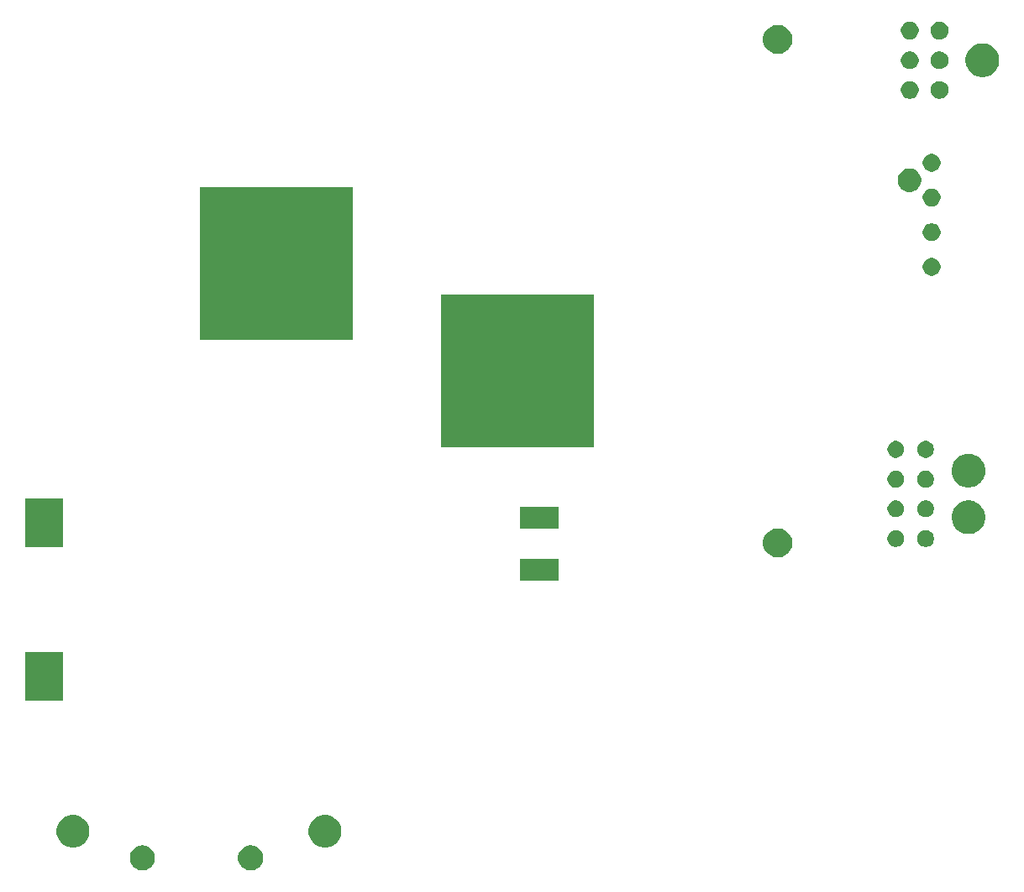
<source format=gts>
G04 #@! TF.GenerationSoftware,KiCad,Pcbnew,5.0.2-bee76a0~70~ubuntu18.04.1*
G04 #@! TF.CreationDate,2019-04-30T11:18:50-04:00*
G04 #@! TF.ProjectId,AIR_Mount_Plus,4149525f-4d6f-4756-9e74-5f506c75732e,rev?*
G04 #@! TF.SameCoordinates,Original*
G04 #@! TF.FileFunction,Soldermask,Top*
G04 #@! TF.FilePolarity,Negative*
%FSLAX46Y46*%
G04 Gerber Fmt 4.6, Leading zero omitted, Abs format (unit mm)*
G04 Created by KiCad (PCBNEW 5.0.2-bee76a0~70~ubuntu18.04.1) date Tue 30 Apr 2019 11:18:50 AM EDT*
%MOMM*%
%LPD*%
G01*
G04 APERTURE LIST*
%ADD10C,0.100000*%
G04 APERTURE END LIST*
D10*
G36*
X214215414Y-106231610D02*
X214337129Y-106255821D01*
X214566434Y-106350802D01*
X214772803Y-106488694D01*
X214948306Y-106664197D01*
X215086198Y-106870566D01*
X215181179Y-107099871D01*
X215229600Y-107343301D01*
X215229600Y-107591499D01*
X215181179Y-107834929D01*
X215086198Y-108064234D01*
X214948306Y-108270603D01*
X214772803Y-108446106D01*
X214566434Y-108583998D01*
X214337129Y-108678979D01*
X214215414Y-108703189D01*
X214093701Y-108727400D01*
X213845499Y-108727400D01*
X213723786Y-108703189D01*
X213602071Y-108678979D01*
X213372766Y-108583998D01*
X213166397Y-108446106D01*
X212990894Y-108270603D01*
X212853002Y-108064234D01*
X212758021Y-107834929D01*
X212709600Y-107591499D01*
X212709600Y-107343301D01*
X212758021Y-107099871D01*
X212853002Y-106870566D01*
X212990894Y-106664197D01*
X213166397Y-106488694D01*
X213372766Y-106350802D01*
X213602071Y-106255821D01*
X213723786Y-106231610D01*
X213845499Y-106207400D01*
X214093701Y-106207400D01*
X214215414Y-106231610D01*
X214215414Y-106231610D01*
G37*
G36*
X203315414Y-106231610D02*
X203437129Y-106255821D01*
X203666434Y-106350802D01*
X203872803Y-106488694D01*
X204048306Y-106664197D01*
X204186198Y-106870566D01*
X204281179Y-107099871D01*
X204329600Y-107343301D01*
X204329600Y-107591499D01*
X204281179Y-107834929D01*
X204186198Y-108064234D01*
X204048306Y-108270603D01*
X203872803Y-108446106D01*
X203666434Y-108583998D01*
X203437129Y-108678979D01*
X203315414Y-108703189D01*
X203193701Y-108727400D01*
X202945499Y-108727400D01*
X202823786Y-108703189D01*
X202702071Y-108678979D01*
X202472766Y-108583998D01*
X202266397Y-108446106D01*
X202090894Y-108270603D01*
X201953002Y-108064234D01*
X201858021Y-107834929D01*
X201809600Y-107591499D01*
X201809600Y-107343301D01*
X201858021Y-107099871D01*
X201953002Y-106870566D01*
X202090894Y-106664197D01*
X202266397Y-106488694D01*
X202472766Y-106350802D01*
X202702071Y-106255821D01*
X202823786Y-106231610D01*
X202945499Y-106207400D01*
X203193701Y-106207400D01*
X203315414Y-106231610D01*
X203315414Y-106231610D01*
G37*
G36*
X221943887Y-103210808D02*
X222244168Y-103335189D01*
X222514414Y-103515761D01*
X222744239Y-103745586D01*
X222924811Y-104015832D01*
X223049192Y-104316113D01*
X223112600Y-104634889D01*
X223112600Y-104959911D01*
X223049192Y-105278687D01*
X222924811Y-105578968D01*
X222744239Y-105849214D01*
X222514414Y-106079039D01*
X222244168Y-106259611D01*
X221943887Y-106383992D01*
X221625111Y-106447400D01*
X221300089Y-106447400D01*
X220981313Y-106383992D01*
X220681032Y-106259611D01*
X220410786Y-106079039D01*
X220180961Y-105849214D01*
X220000389Y-105578968D01*
X219876008Y-105278687D01*
X219812600Y-104959911D01*
X219812600Y-104634889D01*
X219876008Y-104316113D01*
X220000389Y-104015832D01*
X220180961Y-103745586D01*
X220410786Y-103515761D01*
X220681032Y-103335189D01*
X220981313Y-103210808D01*
X221300089Y-103147400D01*
X221625111Y-103147400D01*
X221943887Y-103210808D01*
X221943887Y-103210808D01*
G37*
G36*
X196543887Y-103210808D02*
X196844168Y-103335189D01*
X197114414Y-103515761D01*
X197344239Y-103745586D01*
X197524811Y-104015832D01*
X197649192Y-104316113D01*
X197712600Y-104634889D01*
X197712600Y-104959911D01*
X197649192Y-105278687D01*
X197524811Y-105578968D01*
X197344239Y-105849214D01*
X197114414Y-106079039D01*
X196844168Y-106259611D01*
X196543887Y-106383992D01*
X196225111Y-106447400D01*
X195900089Y-106447400D01*
X195581313Y-106383992D01*
X195281032Y-106259611D01*
X195010786Y-106079039D01*
X194780961Y-105849214D01*
X194600389Y-105578968D01*
X194476008Y-105278687D01*
X194412600Y-104959911D01*
X194412600Y-104634889D01*
X194476008Y-104316113D01*
X194600389Y-104015832D01*
X194780961Y-103745586D01*
X195010786Y-103515761D01*
X195281032Y-103335189D01*
X195581313Y-103210808D01*
X195900089Y-103147400D01*
X196225111Y-103147400D01*
X196543887Y-103210808D01*
X196543887Y-103210808D01*
G37*
G36*
X195020000Y-91610000D02*
X191220000Y-91610000D01*
X191220000Y-86710000D01*
X195020000Y-86710000D01*
X195020000Y-91610000D01*
X195020000Y-91610000D01*
G37*
G36*
X245028000Y-79522000D02*
X241128000Y-79522000D01*
X241128000Y-77342000D01*
X245028000Y-77342000D01*
X245028000Y-79522000D01*
X245028000Y-79522000D01*
G37*
G36*
X267528781Y-74286490D02*
X267796307Y-74397303D01*
X268037074Y-74558178D01*
X268241822Y-74762926D01*
X268402697Y-75003693D01*
X268513510Y-75271219D01*
X268570000Y-75555216D01*
X268570000Y-75844784D01*
X268513510Y-76128781D01*
X268402697Y-76396307D01*
X268241822Y-76637074D01*
X268037074Y-76841822D01*
X267796307Y-77002697D01*
X267528781Y-77113510D01*
X267244784Y-77170000D01*
X266955216Y-77170000D01*
X266671219Y-77113510D01*
X266403693Y-77002697D01*
X266162926Y-76841822D01*
X265958178Y-76637074D01*
X265797303Y-76396307D01*
X265686490Y-76128781D01*
X265630000Y-75844784D01*
X265630000Y-75555216D01*
X265686490Y-75271219D01*
X265797303Y-75003693D01*
X265958178Y-74762926D01*
X266162926Y-74558178D01*
X266403693Y-74397303D01*
X266671219Y-74286490D01*
X266955216Y-74230000D01*
X267244784Y-74230000D01*
X267528781Y-74286490D01*
X267528781Y-74286490D01*
G37*
G36*
X195020000Y-76110000D02*
X191220000Y-76110000D01*
X191220000Y-71210000D01*
X195020000Y-71210000D01*
X195020000Y-76110000D01*
X195020000Y-76110000D01*
G37*
G36*
X279249162Y-74440558D02*
X279403855Y-74504634D01*
X279543075Y-74597658D01*
X279661464Y-74716047D01*
X279754488Y-74855267D01*
X279818564Y-75009960D01*
X279851228Y-75174175D01*
X279851228Y-75341613D01*
X279818564Y-75505828D01*
X279754488Y-75660521D01*
X279661464Y-75799741D01*
X279543075Y-75918130D01*
X279403855Y-76011154D01*
X279249162Y-76075230D01*
X279084947Y-76107894D01*
X278917509Y-76107894D01*
X278753294Y-76075230D01*
X278598601Y-76011154D01*
X278459381Y-75918130D01*
X278340992Y-75799741D01*
X278247968Y-75660521D01*
X278183892Y-75505828D01*
X278151228Y-75341613D01*
X278151228Y-75174175D01*
X278183892Y-75009960D01*
X278247968Y-74855267D01*
X278340992Y-74716047D01*
X278459381Y-74597658D01*
X278598601Y-74504634D01*
X278753294Y-74440558D01*
X278917509Y-74407894D01*
X279084947Y-74407894D01*
X279249162Y-74440558D01*
X279249162Y-74440558D01*
G37*
G36*
X282249162Y-74440558D02*
X282403855Y-74504634D01*
X282543075Y-74597658D01*
X282661464Y-74716047D01*
X282754488Y-74855267D01*
X282818564Y-75009960D01*
X282851228Y-75174175D01*
X282851228Y-75341613D01*
X282818564Y-75505828D01*
X282754488Y-75660521D01*
X282661464Y-75799741D01*
X282543075Y-75918130D01*
X282403855Y-76011154D01*
X282249162Y-76075230D01*
X282084947Y-76107894D01*
X281917509Y-76107894D01*
X281753294Y-76075230D01*
X281598601Y-76011154D01*
X281459381Y-75918130D01*
X281340992Y-75799741D01*
X281247968Y-75660521D01*
X281183892Y-75505828D01*
X281151228Y-75341613D01*
X281151228Y-75174175D01*
X281183892Y-75009960D01*
X281247968Y-74855267D01*
X281340992Y-74716047D01*
X281459381Y-74597658D01*
X281598601Y-74504634D01*
X281753294Y-74440558D01*
X281917509Y-74407894D01*
X282084947Y-74407894D01*
X282249162Y-74440558D01*
X282249162Y-74440558D01*
G37*
G36*
X286707621Y-71451447D02*
X286817100Y-71473224D01*
X287126480Y-71601373D01*
X287404915Y-71787417D01*
X287641705Y-72024207D01*
X287827749Y-72302642D01*
X287955898Y-72612022D01*
X287955898Y-72612023D01*
X288016787Y-72918130D01*
X288021228Y-72940459D01*
X288021228Y-73275329D01*
X287955898Y-73603766D01*
X287827749Y-73913146D01*
X287641705Y-74191581D01*
X287404915Y-74428371D01*
X287126480Y-74614415D01*
X286817100Y-74742564D01*
X286714733Y-74762926D01*
X286488665Y-74807894D01*
X286153791Y-74807894D01*
X285927723Y-74762926D01*
X285825356Y-74742564D01*
X285515976Y-74614415D01*
X285237541Y-74428371D01*
X285000751Y-74191581D01*
X284814707Y-73913146D01*
X284686558Y-73603766D01*
X284621228Y-73275329D01*
X284621228Y-72940459D01*
X284625670Y-72918130D01*
X284686558Y-72612023D01*
X284686558Y-72612022D01*
X284814707Y-72302642D01*
X285000751Y-72024207D01*
X285237541Y-71787417D01*
X285515976Y-71601373D01*
X285825356Y-71473224D01*
X285934835Y-71451447D01*
X286153791Y-71407894D01*
X286488665Y-71407894D01*
X286707621Y-71451447D01*
X286707621Y-71451447D01*
G37*
G36*
X245028000Y-74242000D02*
X241128000Y-74242000D01*
X241128000Y-72062000D01*
X245028000Y-72062000D01*
X245028000Y-74242000D01*
X245028000Y-74242000D01*
G37*
G36*
X282249162Y-71440558D02*
X282403855Y-71504634D01*
X282543075Y-71597658D01*
X282661464Y-71716047D01*
X282754488Y-71855267D01*
X282818564Y-72009960D01*
X282851228Y-72174175D01*
X282851228Y-72341613D01*
X282818564Y-72505828D01*
X282754488Y-72660521D01*
X282661464Y-72799741D01*
X282543075Y-72918130D01*
X282403855Y-73011154D01*
X282249162Y-73075230D01*
X282084947Y-73107894D01*
X281917509Y-73107894D01*
X281753294Y-73075230D01*
X281598601Y-73011154D01*
X281459381Y-72918130D01*
X281340992Y-72799741D01*
X281247968Y-72660521D01*
X281183892Y-72505828D01*
X281151228Y-72341613D01*
X281151228Y-72174175D01*
X281183892Y-72009960D01*
X281247968Y-71855267D01*
X281340992Y-71716047D01*
X281459381Y-71597658D01*
X281598601Y-71504634D01*
X281753294Y-71440558D01*
X281917509Y-71407894D01*
X282084947Y-71407894D01*
X282249162Y-71440558D01*
X282249162Y-71440558D01*
G37*
G36*
X279249162Y-71440558D02*
X279403855Y-71504634D01*
X279543075Y-71597658D01*
X279661464Y-71716047D01*
X279754488Y-71855267D01*
X279818564Y-72009960D01*
X279851228Y-72174175D01*
X279851228Y-72341613D01*
X279818564Y-72505828D01*
X279754488Y-72660521D01*
X279661464Y-72799741D01*
X279543075Y-72918130D01*
X279403855Y-73011154D01*
X279249162Y-73075230D01*
X279084947Y-73107894D01*
X278917509Y-73107894D01*
X278753294Y-73075230D01*
X278598601Y-73011154D01*
X278459381Y-72918130D01*
X278340992Y-72799741D01*
X278247968Y-72660521D01*
X278183892Y-72505828D01*
X278151228Y-72341613D01*
X278151228Y-72174175D01*
X278183892Y-72009960D01*
X278247968Y-71855267D01*
X278340992Y-71716047D01*
X278459381Y-71597658D01*
X278598601Y-71504634D01*
X278753294Y-71440558D01*
X278917509Y-71407894D01*
X279084947Y-71407894D01*
X279249162Y-71440558D01*
X279249162Y-71440558D01*
G37*
G36*
X282249162Y-68440558D02*
X282403855Y-68504634D01*
X282543075Y-68597658D01*
X282661464Y-68716047D01*
X282754488Y-68855267D01*
X282818564Y-69009960D01*
X282851228Y-69174175D01*
X282851228Y-69341613D01*
X282818564Y-69505828D01*
X282754488Y-69660521D01*
X282661464Y-69799741D01*
X282543075Y-69918130D01*
X282403855Y-70011154D01*
X282249162Y-70075230D01*
X282084947Y-70107894D01*
X281917509Y-70107894D01*
X281753294Y-70075230D01*
X281598601Y-70011154D01*
X281459381Y-69918130D01*
X281340992Y-69799741D01*
X281247968Y-69660521D01*
X281183892Y-69505828D01*
X281151228Y-69341613D01*
X281151228Y-69174175D01*
X281183892Y-69009960D01*
X281247968Y-68855267D01*
X281340992Y-68716047D01*
X281459381Y-68597658D01*
X281598601Y-68504634D01*
X281753294Y-68440558D01*
X281917509Y-68407894D01*
X282084947Y-68407894D01*
X282249162Y-68440558D01*
X282249162Y-68440558D01*
G37*
G36*
X279249162Y-68440558D02*
X279403855Y-68504634D01*
X279543075Y-68597658D01*
X279661464Y-68716047D01*
X279754488Y-68855267D01*
X279818564Y-69009960D01*
X279851228Y-69174175D01*
X279851228Y-69341613D01*
X279818564Y-69505828D01*
X279754488Y-69660521D01*
X279661464Y-69799741D01*
X279543075Y-69918130D01*
X279403855Y-70011154D01*
X279249162Y-70075230D01*
X279084947Y-70107894D01*
X278917509Y-70107894D01*
X278753294Y-70075230D01*
X278598601Y-70011154D01*
X278459381Y-69918130D01*
X278340992Y-69799741D01*
X278247968Y-69660521D01*
X278183892Y-69505828D01*
X278151228Y-69341613D01*
X278151228Y-69174175D01*
X278183892Y-69009960D01*
X278247968Y-68855267D01*
X278340992Y-68716047D01*
X278459381Y-68597658D01*
X278598601Y-68504634D01*
X278753294Y-68440558D01*
X278917509Y-68407894D01*
X279084947Y-68407894D01*
X279249162Y-68440558D01*
X279249162Y-68440558D01*
G37*
G36*
X286707621Y-66751447D02*
X286817100Y-66773224D01*
X287126480Y-66901373D01*
X287404915Y-67087417D01*
X287641705Y-67324207D01*
X287827749Y-67602642D01*
X287955898Y-67912022D01*
X287955898Y-67912023D01*
X288021228Y-68240457D01*
X288021228Y-68575331D01*
X287993238Y-68716047D01*
X287955898Y-68903766D01*
X287827749Y-69213146D01*
X287641705Y-69491581D01*
X287404915Y-69728371D01*
X287126480Y-69914415D01*
X286817100Y-70042564D01*
X286707621Y-70064341D01*
X286488665Y-70107894D01*
X286153791Y-70107894D01*
X285934835Y-70064341D01*
X285825356Y-70042564D01*
X285515976Y-69914415D01*
X285237541Y-69728371D01*
X285000751Y-69491581D01*
X284814707Y-69213146D01*
X284686558Y-68903766D01*
X284649218Y-68716047D01*
X284621228Y-68575331D01*
X284621228Y-68240457D01*
X284686558Y-67912023D01*
X284686558Y-67912022D01*
X284814707Y-67602642D01*
X285000751Y-67324207D01*
X285237541Y-67087417D01*
X285515976Y-66901373D01*
X285825356Y-66773224D01*
X285934835Y-66751447D01*
X286153791Y-66707894D01*
X286488665Y-66707894D01*
X286707621Y-66751447D01*
X286707621Y-66751447D01*
G37*
G36*
X282249162Y-65440558D02*
X282403855Y-65504634D01*
X282543075Y-65597658D01*
X282661464Y-65716047D01*
X282754488Y-65855267D01*
X282818564Y-66009960D01*
X282851228Y-66174175D01*
X282851228Y-66341613D01*
X282818564Y-66505828D01*
X282754488Y-66660521D01*
X282661464Y-66799741D01*
X282543075Y-66918130D01*
X282403855Y-67011154D01*
X282249162Y-67075230D01*
X282084947Y-67107894D01*
X281917509Y-67107894D01*
X281753294Y-67075230D01*
X281598601Y-67011154D01*
X281459381Y-66918130D01*
X281340992Y-66799741D01*
X281247968Y-66660521D01*
X281183892Y-66505828D01*
X281151228Y-66341613D01*
X281151228Y-66174175D01*
X281183892Y-66009960D01*
X281247968Y-65855267D01*
X281340992Y-65716047D01*
X281459381Y-65597658D01*
X281598601Y-65504634D01*
X281753294Y-65440558D01*
X281917509Y-65407894D01*
X282084947Y-65407894D01*
X282249162Y-65440558D01*
X282249162Y-65440558D01*
G37*
G36*
X279249162Y-65440558D02*
X279403855Y-65504634D01*
X279543075Y-65597658D01*
X279661464Y-65716047D01*
X279754488Y-65855267D01*
X279818564Y-66009960D01*
X279851228Y-66174175D01*
X279851228Y-66341613D01*
X279818564Y-66505828D01*
X279754488Y-66660521D01*
X279661464Y-66799741D01*
X279543075Y-66918130D01*
X279403855Y-67011154D01*
X279249162Y-67075230D01*
X279084947Y-67107894D01*
X278917509Y-67107894D01*
X278753294Y-67075230D01*
X278598601Y-67011154D01*
X278459381Y-66918130D01*
X278340992Y-66799741D01*
X278247968Y-66660521D01*
X278183892Y-66505828D01*
X278151228Y-66341613D01*
X278151228Y-66174175D01*
X278183892Y-66009960D01*
X278247968Y-65855267D01*
X278340992Y-65716047D01*
X278459381Y-65597658D01*
X278598601Y-65504634D01*
X278753294Y-65440558D01*
X278917509Y-65407894D01*
X279084947Y-65407894D01*
X279249162Y-65440558D01*
X279249162Y-65440558D01*
G37*
G36*
X248582336Y-66079409D02*
X233182336Y-66079409D01*
X233182336Y-50679409D01*
X248582336Y-50679409D01*
X248582336Y-66079409D01*
X248582336Y-66079409D01*
G37*
G36*
X224235832Y-55191956D02*
X208835832Y-55191956D01*
X208835832Y-39791956D01*
X224235832Y-39791956D01*
X224235832Y-55191956D01*
X224235832Y-55191956D01*
G37*
G36*
X282862083Y-46986029D02*
X283025596Y-47053758D01*
X283172764Y-47152093D01*
X283297907Y-47277236D01*
X283396242Y-47424404D01*
X283463971Y-47587917D01*
X283498500Y-47761505D01*
X283498500Y-47938495D01*
X283463971Y-48112083D01*
X283396242Y-48275596D01*
X283297907Y-48422764D01*
X283172764Y-48547907D01*
X283025596Y-48646242D01*
X282862083Y-48713971D01*
X282688495Y-48748500D01*
X282511505Y-48748500D01*
X282337917Y-48713971D01*
X282174404Y-48646242D01*
X282027236Y-48547907D01*
X281902093Y-48422764D01*
X281803758Y-48275596D01*
X281736029Y-48112083D01*
X281701500Y-47938495D01*
X281701500Y-47761505D01*
X281736029Y-47587917D01*
X281803758Y-47424404D01*
X281902093Y-47277236D01*
X282027236Y-47152093D01*
X282174404Y-47053758D01*
X282337917Y-46986029D01*
X282511505Y-46951500D01*
X282688495Y-46951500D01*
X282862083Y-46986029D01*
X282862083Y-46986029D01*
G37*
G36*
X282862083Y-43486029D02*
X283025596Y-43553758D01*
X283172764Y-43652093D01*
X283297907Y-43777236D01*
X283396242Y-43924404D01*
X283463971Y-44087917D01*
X283498500Y-44261505D01*
X283498500Y-44438495D01*
X283463971Y-44612083D01*
X283396242Y-44775596D01*
X283297907Y-44922764D01*
X283172764Y-45047907D01*
X283025596Y-45146242D01*
X282862083Y-45213971D01*
X282688495Y-45248500D01*
X282511505Y-45248500D01*
X282337917Y-45213971D01*
X282174404Y-45146242D01*
X282027236Y-45047907D01*
X281902093Y-44922764D01*
X281803758Y-44775596D01*
X281736029Y-44612083D01*
X281701500Y-44438495D01*
X281701500Y-44261505D01*
X281736029Y-44087917D01*
X281803758Y-43924404D01*
X281902093Y-43777236D01*
X282027236Y-43652093D01*
X282174404Y-43553758D01*
X282337917Y-43486029D01*
X282511505Y-43451500D01*
X282688495Y-43451500D01*
X282862083Y-43486029D01*
X282862083Y-43486029D01*
G37*
G36*
X282862083Y-39986029D02*
X283025596Y-40053758D01*
X283172764Y-40152093D01*
X283297907Y-40277236D01*
X283297909Y-40277239D01*
X283297910Y-40277240D01*
X283396240Y-40424401D01*
X283396242Y-40424404D01*
X283463971Y-40587917D01*
X283498500Y-40761505D01*
X283498500Y-40938495D01*
X283463971Y-41112083D01*
X283396242Y-41275596D01*
X283297907Y-41422764D01*
X283172764Y-41547907D01*
X283025596Y-41646242D01*
X282862083Y-41713971D01*
X282688495Y-41748500D01*
X282511505Y-41748500D01*
X282337917Y-41713971D01*
X282174404Y-41646242D01*
X282027236Y-41547907D01*
X281902093Y-41422764D01*
X281803758Y-41275596D01*
X281736029Y-41112083D01*
X281701500Y-40938495D01*
X281701500Y-40761505D01*
X281736029Y-40587917D01*
X281803758Y-40424404D01*
X281803760Y-40424401D01*
X281902090Y-40277240D01*
X281902091Y-40277239D01*
X281902093Y-40277236D01*
X282027236Y-40152093D01*
X282174404Y-40053758D01*
X282337917Y-39986029D01*
X282511505Y-39951500D01*
X282688495Y-39951500D01*
X282862083Y-39986029D01*
X282862083Y-39986029D01*
G37*
G36*
X280717255Y-37955250D02*
X280933910Y-38044991D01*
X281128903Y-38175282D01*
X281294718Y-38341097D01*
X281425009Y-38536090D01*
X281514750Y-38752745D01*
X281560500Y-38982745D01*
X281560500Y-39217255D01*
X281514750Y-39447255D01*
X281425009Y-39663910D01*
X281294718Y-39858903D01*
X281128903Y-40024718D01*
X280933910Y-40155009D01*
X280717255Y-40244750D01*
X280487255Y-40290500D01*
X280252745Y-40290500D01*
X280022745Y-40244750D01*
X279806090Y-40155009D01*
X279611097Y-40024718D01*
X279445282Y-39858903D01*
X279314991Y-39663910D01*
X279225250Y-39447255D01*
X279179500Y-39217255D01*
X279179500Y-38982745D01*
X279225250Y-38752745D01*
X279314991Y-38536090D01*
X279445282Y-38341097D01*
X279611097Y-38175282D01*
X279806090Y-38044991D01*
X280022745Y-37955250D01*
X280252745Y-37909500D01*
X280487255Y-37909500D01*
X280717255Y-37955250D01*
X280717255Y-37955250D01*
G37*
G36*
X282862083Y-36486029D02*
X283025596Y-36553758D01*
X283172764Y-36652093D01*
X283297907Y-36777236D01*
X283396242Y-36924404D01*
X283463971Y-37087917D01*
X283498500Y-37261505D01*
X283498500Y-37438495D01*
X283463971Y-37612083D01*
X283396242Y-37775596D01*
X283297907Y-37922764D01*
X283172764Y-38047907D01*
X283025596Y-38146242D01*
X282862083Y-38213971D01*
X282688495Y-38248500D01*
X282511505Y-38248500D01*
X282337917Y-38213971D01*
X282174404Y-38146242D01*
X282027236Y-38047907D01*
X281902093Y-37922764D01*
X281803758Y-37775596D01*
X281736029Y-37612083D01*
X281701500Y-37438495D01*
X281701500Y-37261505D01*
X281736029Y-37087917D01*
X281803758Y-36924404D01*
X281902093Y-36777236D01*
X282027236Y-36652093D01*
X282174404Y-36553758D01*
X282337917Y-36486029D01*
X282511505Y-36451500D01*
X282688495Y-36451500D01*
X282862083Y-36486029D01*
X282862083Y-36486029D01*
G37*
G36*
X283662521Y-29134586D02*
X283826309Y-29202429D01*
X283973720Y-29300926D01*
X284099074Y-29426280D01*
X284197571Y-29573691D01*
X284265414Y-29737479D01*
X284300000Y-29911356D01*
X284300000Y-30088644D01*
X284265414Y-30262521D01*
X284197571Y-30426309D01*
X284099074Y-30573720D01*
X283973720Y-30699074D01*
X283826309Y-30797571D01*
X283662521Y-30865414D01*
X283488644Y-30900000D01*
X283311356Y-30900000D01*
X283137479Y-30865414D01*
X282973691Y-30797571D01*
X282826280Y-30699074D01*
X282700926Y-30573720D01*
X282602429Y-30426309D01*
X282534586Y-30262521D01*
X282500000Y-30088644D01*
X282500000Y-29911356D01*
X282534586Y-29737479D01*
X282602429Y-29573691D01*
X282700926Y-29426280D01*
X282826280Y-29300926D01*
X282973691Y-29202429D01*
X283137479Y-29134586D01*
X283311356Y-29100000D01*
X283488644Y-29100000D01*
X283662521Y-29134586D01*
X283662521Y-29134586D01*
G37*
G36*
X280662521Y-29134586D02*
X280826309Y-29202429D01*
X280973720Y-29300926D01*
X281099074Y-29426280D01*
X281197571Y-29573691D01*
X281265414Y-29737479D01*
X281300000Y-29911356D01*
X281300000Y-30088644D01*
X281265414Y-30262521D01*
X281197571Y-30426309D01*
X281099074Y-30573720D01*
X280973720Y-30699074D01*
X280826309Y-30797571D01*
X280662521Y-30865414D01*
X280488644Y-30900000D01*
X280311356Y-30900000D01*
X280137479Y-30865414D01*
X279973691Y-30797571D01*
X279826280Y-30699074D01*
X279700926Y-30573720D01*
X279602429Y-30426309D01*
X279534586Y-30262521D01*
X279500000Y-30088644D01*
X279500000Y-29911356D01*
X279534586Y-29737479D01*
X279602429Y-29573691D01*
X279700926Y-29426280D01*
X279826280Y-29300926D01*
X279973691Y-29202429D01*
X280137479Y-29134586D01*
X280311356Y-29100000D01*
X280488644Y-29100000D01*
X280662521Y-29134586D01*
X280662521Y-29134586D01*
G37*
G36*
X288106393Y-25343553D02*
X288215872Y-25365330D01*
X288525252Y-25493479D01*
X288803687Y-25679523D01*
X289040477Y-25916313D01*
X289226521Y-26194748D01*
X289354670Y-26504128D01*
X289354670Y-26504129D01*
X289420000Y-26832563D01*
X289420000Y-27167437D01*
X289401086Y-27262521D01*
X289354670Y-27495872D01*
X289226521Y-27805252D01*
X289040477Y-28083687D01*
X288803687Y-28320477D01*
X288525252Y-28506521D01*
X288215872Y-28634670D01*
X288106393Y-28656447D01*
X287887437Y-28700000D01*
X287552563Y-28700000D01*
X287333607Y-28656447D01*
X287224128Y-28634670D01*
X286914748Y-28506521D01*
X286636313Y-28320477D01*
X286399523Y-28083687D01*
X286213479Y-27805252D01*
X286085330Y-27495872D01*
X286038914Y-27262521D01*
X286020000Y-27167437D01*
X286020000Y-26832563D01*
X286085330Y-26504129D01*
X286085330Y-26504128D01*
X286213479Y-26194748D01*
X286399523Y-25916313D01*
X286636313Y-25679523D01*
X286914748Y-25493479D01*
X287224128Y-25365330D01*
X287333607Y-25343553D01*
X287552563Y-25300000D01*
X287887437Y-25300000D01*
X288106393Y-25343553D01*
X288106393Y-25343553D01*
G37*
G36*
X283662521Y-26134586D02*
X283826309Y-26202429D01*
X283973720Y-26300926D01*
X284099074Y-26426280D01*
X284197571Y-26573691D01*
X284265414Y-26737479D01*
X284300000Y-26911356D01*
X284300000Y-27088644D01*
X284265414Y-27262521D01*
X284197571Y-27426309D01*
X284099074Y-27573720D01*
X283973720Y-27699074D01*
X283826309Y-27797571D01*
X283662521Y-27865414D01*
X283488644Y-27900000D01*
X283311356Y-27900000D01*
X283137479Y-27865414D01*
X282973691Y-27797571D01*
X282826280Y-27699074D01*
X282700926Y-27573720D01*
X282602429Y-27426309D01*
X282534586Y-27262521D01*
X282500000Y-27088644D01*
X282500000Y-26911356D01*
X282534586Y-26737479D01*
X282602429Y-26573691D01*
X282700926Y-26426280D01*
X282826280Y-26300926D01*
X282973691Y-26202429D01*
X283137479Y-26134586D01*
X283311356Y-26100000D01*
X283488644Y-26100000D01*
X283662521Y-26134586D01*
X283662521Y-26134586D01*
G37*
G36*
X280662521Y-26134586D02*
X280826309Y-26202429D01*
X280973720Y-26300926D01*
X281099074Y-26426280D01*
X281197571Y-26573691D01*
X281265414Y-26737479D01*
X281300000Y-26911356D01*
X281300000Y-27088644D01*
X281265414Y-27262521D01*
X281197571Y-27426309D01*
X281099074Y-27573720D01*
X280973720Y-27699074D01*
X280826309Y-27797571D01*
X280662521Y-27865414D01*
X280488644Y-27900000D01*
X280311356Y-27900000D01*
X280137479Y-27865414D01*
X279973691Y-27797571D01*
X279826280Y-27699074D01*
X279700926Y-27573720D01*
X279602429Y-27426309D01*
X279534586Y-27262521D01*
X279500000Y-27088644D01*
X279500000Y-26911356D01*
X279534586Y-26737479D01*
X279602429Y-26573691D01*
X279700926Y-26426280D01*
X279826280Y-26300926D01*
X279973691Y-26202429D01*
X280137479Y-26134586D01*
X280311356Y-26100000D01*
X280488644Y-26100000D01*
X280662521Y-26134586D01*
X280662521Y-26134586D01*
G37*
G36*
X267528781Y-23486490D02*
X267796307Y-23597303D01*
X268037074Y-23758178D01*
X268241822Y-23962926D01*
X268402697Y-24203693D01*
X268513510Y-24471219D01*
X268570000Y-24755216D01*
X268570000Y-25044784D01*
X268513510Y-25328781D01*
X268402697Y-25596307D01*
X268241822Y-25837074D01*
X268037074Y-26041822D01*
X267796307Y-26202697D01*
X267528781Y-26313510D01*
X267244784Y-26370000D01*
X266955216Y-26370000D01*
X266671219Y-26313510D01*
X266403693Y-26202697D01*
X266162926Y-26041822D01*
X265958178Y-25837074D01*
X265797303Y-25596307D01*
X265686490Y-25328781D01*
X265630000Y-25044784D01*
X265630000Y-24755216D01*
X265686490Y-24471219D01*
X265797303Y-24203693D01*
X265958178Y-23962926D01*
X266162926Y-23758178D01*
X266403693Y-23597303D01*
X266671219Y-23486490D01*
X266955216Y-23430000D01*
X267244784Y-23430000D01*
X267528781Y-23486490D01*
X267528781Y-23486490D01*
G37*
G36*
X280662521Y-23134586D02*
X280826309Y-23202429D01*
X280973720Y-23300926D01*
X281099074Y-23426280D01*
X281197571Y-23573691D01*
X281265414Y-23737479D01*
X281300000Y-23911356D01*
X281300000Y-24088644D01*
X281265414Y-24262521D01*
X281197571Y-24426309D01*
X281099074Y-24573720D01*
X280973720Y-24699074D01*
X280826309Y-24797571D01*
X280662521Y-24865414D01*
X280488644Y-24900000D01*
X280311356Y-24900000D01*
X280137479Y-24865414D01*
X279973691Y-24797571D01*
X279826280Y-24699074D01*
X279700926Y-24573720D01*
X279602429Y-24426309D01*
X279534586Y-24262521D01*
X279500000Y-24088644D01*
X279500000Y-23911356D01*
X279534586Y-23737479D01*
X279602429Y-23573691D01*
X279700926Y-23426280D01*
X279826280Y-23300926D01*
X279973691Y-23202429D01*
X280137479Y-23134586D01*
X280311356Y-23100000D01*
X280488644Y-23100000D01*
X280662521Y-23134586D01*
X280662521Y-23134586D01*
G37*
G36*
X283662521Y-23134586D02*
X283826309Y-23202429D01*
X283973720Y-23300926D01*
X284099074Y-23426280D01*
X284197571Y-23573691D01*
X284265414Y-23737479D01*
X284300000Y-23911356D01*
X284300000Y-24088644D01*
X284265414Y-24262521D01*
X284197571Y-24426309D01*
X284099074Y-24573720D01*
X283973720Y-24699074D01*
X283826309Y-24797571D01*
X283662521Y-24865414D01*
X283488644Y-24900000D01*
X283311356Y-24900000D01*
X283137479Y-24865414D01*
X282973691Y-24797571D01*
X282826280Y-24699074D01*
X282700926Y-24573720D01*
X282602429Y-24426309D01*
X282534586Y-24262521D01*
X282500000Y-24088644D01*
X282500000Y-23911356D01*
X282534586Y-23737479D01*
X282602429Y-23573691D01*
X282700926Y-23426280D01*
X282826280Y-23300926D01*
X282973691Y-23202429D01*
X283137479Y-23134586D01*
X283311356Y-23100000D01*
X283488644Y-23100000D01*
X283662521Y-23134586D01*
X283662521Y-23134586D01*
G37*
M02*

</source>
